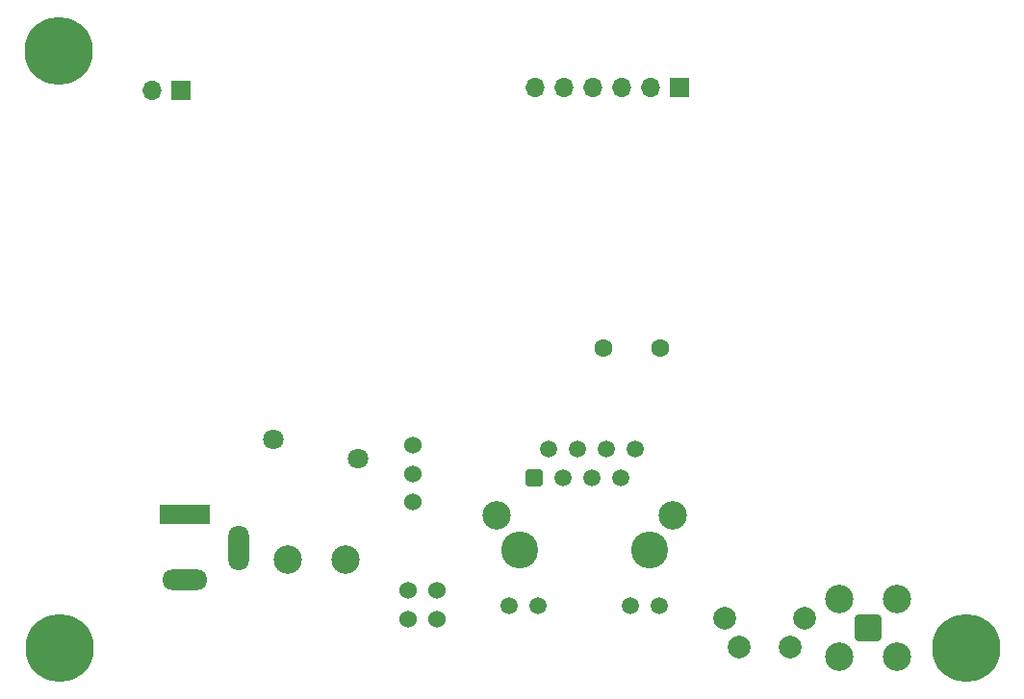
<source format=gbr>
%TF.GenerationSoftware,KiCad,Pcbnew,8.0.6*%
%TF.CreationDate,2025-05-12T11:17:16+07:00*%
%TF.ProjectId,DATN,4441544e-2e6b-4696-9361-645f70636258,rev?*%
%TF.SameCoordinates,Original*%
%TF.FileFunction,Soldermask,Bot*%
%TF.FilePolarity,Negative*%
%FSLAX46Y46*%
G04 Gerber Fmt 4.6, Leading zero omitted, Abs format (unit mm)*
G04 Created by KiCad (PCBNEW 8.0.6) date 2025-05-12 11:17:16*
%MOMM*%
%LPD*%
G01*
G04 APERTURE LIST*
G04 Aperture macros list*
%AMRoundRect*
0 Rectangle with rounded corners*
0 $1 Rounding radius*
0 $2 $3 $4 $5 $6 $7 $8 $9 X,Y pos of 4 corners*
0 Add a 4 corners polygon primitive as box body*
4,1,4,$2,$3,$4,$5,$6,$7,$8,$9,$2,$3,0*
0 Add four circle primitives for the rounded corners*
1,1,$1+$1,$2,$3*
1,1,$1+$1,$4,$5*
1,1,$1+$1,$6,$7*
1,1,$1+$1,$8,$9*
0 Add four rect primitives between the rounded corners*
20,1,$1+$1,$2,$3,$4,$5,0*
20,1,$1+$1,$4,$5,$6,$7,0*
20,1,$1+$1,$6,$7,$8,$9,0*
20,1,$1+$1,$8,$9,$2,$3,0*%
G04 Aperture macros list end*
%ADD10C,6.000000*%
%ADD11C,1.524000*%
%ADD12R,1.700000X1.700000*%
%ADD13O,1.700000X1.700000*%
%ADD14R,4.400000X1.800000*%
%ADD15O,4.000000X1.800000*%
%ADD16O,1.800000X4.000000*%
%ADD17RoundRect,0.200100X0.949900X0.949900X-0.949900X0.949900X-0.949900X-0.949900X0.949900X-0.949900X0*%
%ADD18C,2.500000*%
%ADD19C,1.800000*%
%ADD20C,1.600000*%
%ADD21C,2.000000*%
%ADD22C,3.250000*%
%ADD23RoundRect,0.250500X-0.499500X-0.499500X0.499500X-0.499500X0.499500X0.499500X-0.499500X0.499500X0*%
%ADD24C,1.500000*%
G04 APERTURE END LIST*
D10*
%TO.C,*%
X75230000Y-115460000D03*
%TD*%
D11*
%TO.C,D1*%
X105900000Y-112900000D03*
X108440000Y-112900000D03*
X105900000Y-110360000D03*
X108440000Y-110360000D03*
%TD*%
D12*
%TO.C,BT1*%
X85887500Y-66300000D03*
D13*
X83347500Y-66300000D03*
%TD*%
D14*
%TO.C,J1*%
X86237500Y-103650000D03*
D15*
X86237500Y-109450000D03*
D16*
X91037500Y-106650000D03*
%TD*%
D17*
%TO.C,U8*%
X146343020Y-113643020D03*
D18*
X148883020Y-116183020D03*
X148883020Y-111103020D03*
X143803020Y-116183020D03*
X143803020Y-111103020D03*
%TD*%
D12*
%TO.C,J3*%
X129800000Y-66060000D03*
D13*
X127260000Y-66060000D03*
X124720000Y-66060000D03*
X122180000Y-66060000D03*
X119640000Y-66060000D03*
X117100000Y-66060000D03*
%TD*%
D11*
%TO.C,SW1*%
X106300000Y-97600000D03*
X106300000Y-100100000D03*
X106300000Y-102600000D03*
%TD*%
D10*
%TO.C,*%
X75150000Y-62840000D03*
%TD*%
D19*
%TO.C,RV1*%
X94012500Y-97095000D03*
X101512500Y-98728330D03*
%TD*%
D20*
%TO.C,C33*%
X123100000Y-89000000D03*
X128100000Y-89000000D03*
%TD*%
D10*
%TO.C,*%
X154970000Y-115430000D03*
%TD*%
D21*
%TO.C,SW3*%
X139518020Y-115318020D03*
X135018020Y-115318020D03*
X140768020Y-112818020D03*
X133768020Y-112818020D03*
%TD*%
D22*
%TO.C,J6*%
X115700000Y-106800000D03*
X127130000Y-106800000D03*
D23*
X116975000Y-100440000D03*
D24*
X118235000Y-97900000D03*
X119515000Y-100440000D03*
X120775000Y-97900000D03*
X122055000Y-100440000D03*
X123315000Y-97900000D03*
X124595000Y-100440000D03*
X125855000Y-97900000D03*
X114790000Y-111700000D03*
X117330000Y-111700000D03*
X125500000Y-111700000D03*
X128040000Y-111700000D03*
D18*
X113670000Y-103750000D03*
X129160000Y-103750000D03*
%TD*%
%TO.C,J2*%
X95292500Y-107635000D03*
X100372500Y-107635000D03*
%TD*%
M02*

</source>
